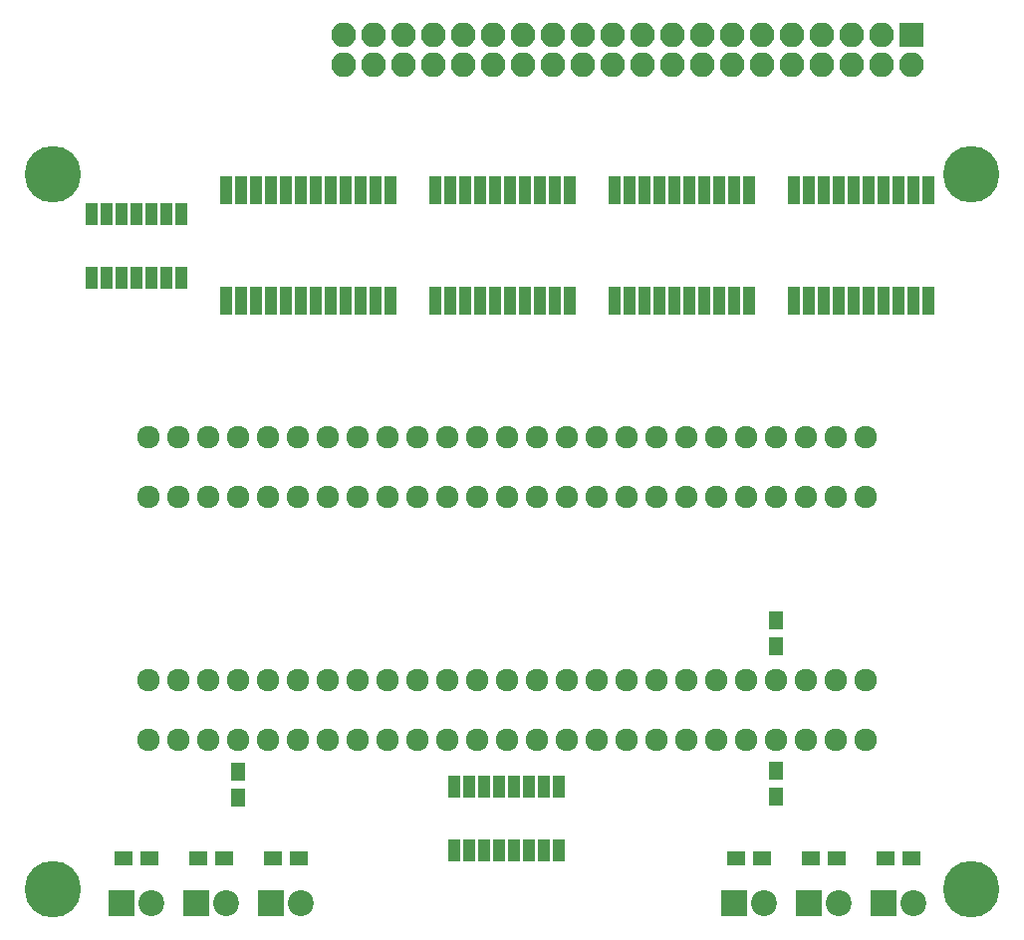
<source format=gbr>
G04 #@! TF.FileFunction,Soldermask,Bot*
%FSLAX46Y46*%
G04 Gerber Fmt 4.6, Leading zero omitted, Abs format (unit mm)*
G04 Created by KiCad (PCBNEW 4.0.7) date 08/17/18 03:28:31*
%MOMM*%
%LPD*%
G01*
G04 APERTURE LIST*
%ADD10C,0.100000*%
%ADD11C,4.800000*%
%ADD12C,1.924000*%
%ADD13R,2.100000X2.100000*%
%ADD14O,2.100000X2.100000*%
%ADD15R,2.200000X2.200000*%
%ADD16C,2.200000*%
%ADD17R,1.600000X1.300000*%
%ADD18R,1.300000X1.600000*%
%ADD19R,1.000000X2.350000*%
%ADD20R,1.000000X2.400000*%
%ADD21R,1.000000X1.900000*%
G04 APERTURE END LIST*
D10*
D11*
X210693000Y-67564000D03*
X132588000Y-67564000D03*
X132588000Y-128397000D03*
D12*
X201676000Y-110561000D03*
X201676000Y-115641000D03*
X199136000Y-110561000D03*
X199136000Y-115641000D03*
X196596000Y-110561000D03*
X196596000Y-115641000D03*
X194056000Y-110561000D03*
X194056000Y-115641000D03*
X191516000Y-110561000D03*
X191516000Y-115641000D03*
X188976000Y-110561000D03*
X188976000Y-115641000D03*
X186436000Y-110561000D03*
X186436000Y-115641000D03*
X183896000Y-110561000D03*
X183896000Y-115641000D03*
X181356000Y-110561000D03*
X181356000Y-115641000D03*
X178816000Y-110561000D03*
X178816000Y-115641000D03*
X176276000Y-110561000D03*
X176276000Y-115641000D03*
X173736000Y-110561000D03*
X173736000Y-115641000D03*
X171196000Y-110561000D03*
X171196000Y-115641000D03*
X168656000Y-110561000D03*
X168656000Y-115641000D03*
X166116000Y-110561000D03*
X166116000Y-115641000D03*
X163576000Y-110561000D03*
X163576000Y-115641000D03*
X161036000Y-110561000D03*
X161036000Y-115641000D03*
X158496000Y-110561000D03*
X158496000Y-115641000D03*
X155956000Y-110561000D03*
X155956000Y-115641000D03*
X153416000Y-110561000D03*
X153416000Y-115641000D03*
X150876000Y-110561000D03*
X150876000Y-115641000D03*
X148336000Y-110561000D03*
X148336000Y-115641000D03*
X145796000Y-110561000D03*
X145796000Y-115641000D03*
X143256000Y-110561000D03*
X143256000Y-115641000D03*
X140716000Y-110561000D03*
X140716000Y-115641000D03*
X201676000Y-89916000D03*
X201676000Y-94996000D03*
X199136000Y-89916000D03*
X199136000Y-94996000D03*
X196596000Y-89916000D03*
X196596000Y-94996000D03*
X194056000Y-89916000D03*
X194056000Y-94996000D03*
X191516000Y-89916000D03*
X191516000Y-94996000D03*
X188976000Y-89916000D03*
X188976000Y-94996000D03*
X186436000Y-89916000D03*
X186436000Y-94996000D03*
X183896000Y-89916000D03*
X183896000Y-94996000D03*
X181356000Y-89916000D03*
X181356000Y-94996000D03*
X178816000Y-89916000D03*
X178816000Y-94996000D03*
X176276000Y-89916000D03*
X176276000Y-94996000D03*
X173736000Y-89916000D03*
X173736000Y-94996000D03*
X171196000Y-89916000D03*
X171196000Y-94996000D03*
X168656000Y-89916000D03*
X168656000Y-94996000D03*
X166116000Y-89916000D03*
X166116000Y-94996000D03*
X163576000Y-89916000D03*
X163576000Y-94996000D03*
X161036000Y-89916000D03*
X161036000Y-94996000D03*
X158496000Y-89916000D03*
X158496000Y-94996000D03*
X155956000Y-89916000D03*
X155956000Y-94996000D03*
X153416000Y-89916000D03*
X153416000Y-94996000D03*
X150876000Y-89916000D03*
X150876000Y-94996000D03*
X148336000Y-89916000D03*
X148336000Y-94996000D03*
X145796000Y-89916000D03*
X145796000Y-94996000D03*
X143256000Y-89916000D03*
X143256000Y-94996000D03*
X140716000Y-89916000D03*
X140716000Y-94996000D03*
D13*
X205572000Y-55727600D03*
D14*
X205572000Y-58267600D03*
X203032000Y-55727600D03*
X203032000Y-58267600D03*
X200492000Y-55727600D03*
X200492000Y-58267600D03*
X197952000Y-55727600D03*
X197952000Y-58267600D03*
X195412000Y-55727600D03*
X195412000Y-58267600D03*
X192872000Y-55727600D03*
X192872000Y-58267600D03*
X190332000Y-55727600D03*
X190332000Y-58267600D03*
X187792000Y-55727600D03*
X187792000Y-58267600D03*
X185252000Y-55727600D03*
X185252000Y-58267600D03*
X182712000Y-55727600D03*
X182712000Y-58267600D03*
X180172000Y-55727600D03*
X180172000Y-58267600D03*
X177632000Y-55727600D03*
X177632000Y-58267600D03*
X175092000Y-55727600D03*
X175092000Y-58267600D03*
X172552000Y-55727600D03*
X172552000Y-58267600D03*
X170012000Y-55727600D03*
X170012000Y-58267600D03*
X167472000Y-55727600D03*
X167472000Y-58267600D03*
X164932000Y-55727600D03*
X164932000Y-58267600D03*
X162392000Y-55727600D03*
X162392000Y-58267600D03*
X159852000Y-55727600D03*
X159852000Y-58267600D03*
X157312000Y-55727600D03*
X157312000Y-58267600D03*
D15*
X203200000Y-129540000D03*
D16*
X205740000Y-129540000D03*
D15*
X196850000Y-129540000D03*
D16*
X199390000Y-129540000D03*
D15*
X144780000Y-129540000D03*
D16*
X147320000Y-129540000D03*
D15*
X151130000Y-129540000D03*
D16*
X153670000Y-129540000D03*
D15*
X190500000Y-129540000D03*
D16*
X193040000Y-129540000D03*
D15*
X138430000Y-129540000D03*
D16*
X140970000Y-129540000D03*
D17*
X203370000Y-125730000D03*
X205570000Y-125730000D03*
X197020000Y-125730000D03*
X199220000Y-125730000D03*
X144950000Y-125730000D03*
X147150000Y-125730000D03*
X151300000Y-125730000D03*
X153500000Y-125730000D03*
X190670000Y-125730000D03*
X192870000Y-125730000D03*
X138600000Y-125730000D03*
X140800000Y-125730000D03*
D18*
X194056000Y-120480000D03*
X194056000Y-118280000D03*
X148336000Y-118364000D03*
X148336000Y-120564000D03*
X194056000Y-105496000D03*
X194056000Y-107696000D03*
D19*
X191770000Y-78360000D03*
X190500000Y-78360000D03*
X189230000Y-78360000D03*
X187960000Y-78360000D03*
X186690000Y-78360000D03*
X185420000Y-78360000D03*
X184150000Y-78360000D03*
X182880000Y-78360000D03*
X181610000Y-78360000D03*
X180340000Y-78360000D03*
X180340000Y-68960000D03*
X181610000Y-68960000D03*
X182880000Y-68960000D03*
X184150000Y-68960000D03*
X185420000Y-68960000D03*
X186690000Y-68960000D03*
X187960000Y-68960000D03*
X189230000Y-68960000D03*
X190500000Y-68960000D03*
X191770000Y-68960000D03*
X176530000Y-78360000D03*
X175260000Y-78360000D03*
X173990000Y-78360000D03*
X172720000Y-78360000D03*
X171450000Y-78360000D03*
X170180000Y-78360000D03*
X168910000Y-78360000D03*
X167640000Y-78360000D03*
X166370000Y-78360000D03*
X165100000Y-78360000D03*
X165100000Y-68960000D03*
X166370000Y-68960000D03*
X167640000Y-68960000D03*
X168910000Y-68960000D03*
X170180000Y-68960000D03*
X171450000Y-68960000D03*
X172720000Y-68960000D03*
X173990000Y-68960000D03*
X175260000Y-68960000D03*
X176530000Y-68960000D03*
X207010000Y-78360000D03*
X205740000Y-78360000D03*
X204470000Y-78360000D03*
X203200000Y-78360000D03*
X201930000Y-78360000D03*
X200660000Y-78360000D03*
X199390000Y-78360000D03*
X198120000Y-78360000D03*
X196850000Y-78360000D03*
X195580000Y-78360000D03*
X195580000Y-68960000D03*
X196850000Y-68960000D03*
X198120000Y-68960000D03*
X199390000Y-68960000D03*
X200660000Y-68960000D03*
X201930000Y-68960000D03*
X203200000Y-68960000D03*
X204470000Y-68960000D03*
X205740000Y-68960000D03*
X207010000Y-68960000D03*
D20*
X161290000Y-78360000D03*
X160020000Y-78360000D03*
X158750000Y-78360000D03*
X157480000Y-78360000D03*
X156210000Y-78360000D03*
X154940000Y-78360000D03*
X153670000Y-78360000D03*
X152400000Y-78360000D03*
X151130000Y-78360000D03*
X149860000Y-78360000D03*
X148590000Y-78360000D03*
X147320000Y-78360000D03*
X147320000Y-68960000D03*
X148590000Y-68960000D03*
X149860000Y-68960000D03*
X151130000Y-68960000D03*
X152400000Y-68960000D03*
X153670000Y-68960000D03*
X154940000Y-68960000D03*
X156210000Y-68960000D03*
X157480000Y-68960000D03*
X158750000Y-68960000D03*
X160020000Y-68960000D03*
X161290000Y-68960000D03*
D21*
X143510000Y-76360000D03*
X142240000Y-76360000D03*
X140970000Y-76360000D03*
X139700000Y-76360000D03*
X138430000Y-76360000D03*
X137160000Y-76360000D03*
X135890000Y-76360000D03*
X135890000Y-70960000D03*
X137160000Y-70960000D03*
X138430000Y-70960000D03*
X139700000Y-70960000D03*
X140970000Y-70960000D03*
X142240000Y-70960000D03*
X143510000Y-70960000D03*
D11*
X210693000Y-128397000D03*
D21*
X175641000Y-125095000D03*
X174371000Y-125095000D03*
X173101000Y-125095000D03*
X171831000Y-125095000D03*
X170561000Y-125095000D03*
X169291000Y-125095000D03*
X168021000Y-125095000D03*
X166751000Y-125095000D03*
X166751000Y-119695000D03*
X168021000Y-119695000D03*
X169291000Y-119695000D03*
X170561000Y-119695000D03*
X171831000Y-119695000D03*
X173101000Y-119695000D03*
X174371000Y-119695000D03*
X175641000Y-119695000D03*
M02*

</source>
